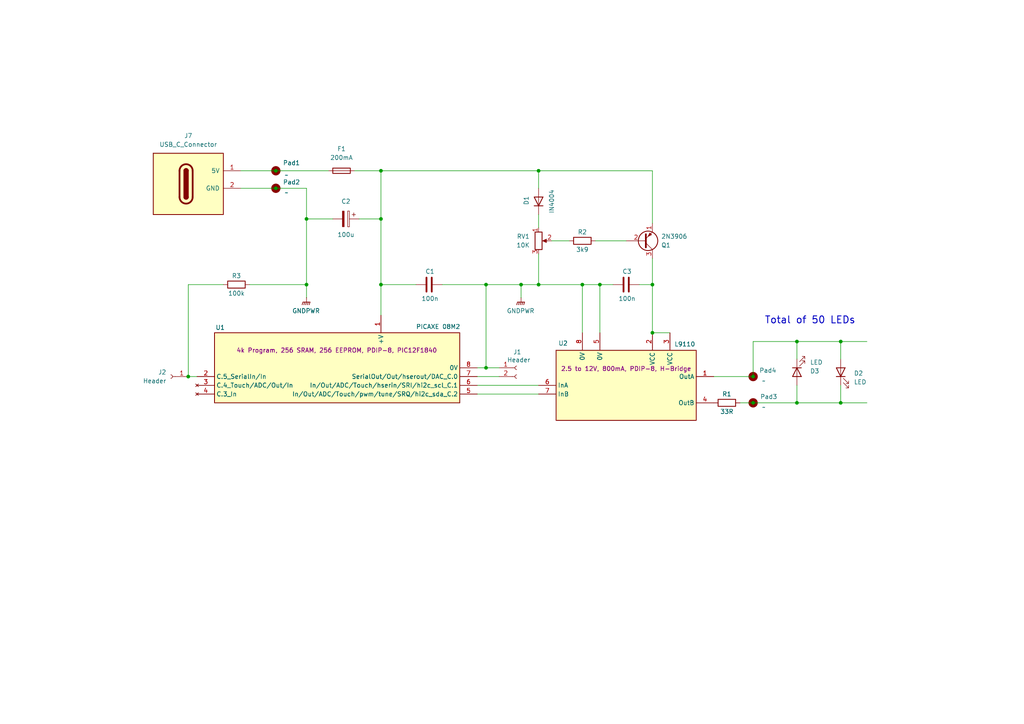
<source format=kicad_sch>
(kicad_sch (version 20231120) (generator "eeschema") (generator_version "8.0")
  (paper "A4")
  (title_block (title "Fairy Lights - Solar to USB Conversion") (comment 1 "J1 and J2 are header sockets for PICAXE Programming and Debugging.") (comment 2 "R1 limits maximum LED current/brightness.  RV1 and Q1 provide current control."))
  (lib_symbols
    (symbol "Connector:Conn_01x01_Socket" (pin_names (offset 1.016) hide)
      (property "Reference" "J" (at 0 2.54 0))
      (property "Value" "Conn_01x01_Socket" (at 0 -2.54 0))
      (symbol "Conn_01x01_Socket_1_1"
        (polyline (pts (xy -1.27 0) (xy -0.508 0)) (stroke (width 0.1524)))
        (arc (start 0 0.508) (mid -0.5058 0) (end 0 -0.508) (stroke (width 0.1524)))
        (pin passive line (at -5.08 0 0) (length 3.81) (name "Pin_1") (number "1"))
      )
    )
    (symbol "Connector:Conn_01x02_Socket" (pin_names (offset 1.016) hide)
      (property "Reference" "J" (at 0 2.54 0))
      (property "Value" "Conn_01x02_Socket" (at 0 -5.08 0))
      (symbol "Conn_01x02_Socket_1_1"
        (arc (start 0 -2.032) (mid -0.5058 -2.54) (end 0 -3.048) (stroke (width 0.1524)))
        (polyline (pts (xy -1.27 -2.54) (xy -0.508 -2.54)) (stroke (width 0.1524)))
        (polyline (pts (xy -1.27 0) (xy -0.508 0)) (stroke (width 0.1524)))
        (arc (start 0 0.508) (mid -0.5058 0) (end 0 -0.508) (stroke (width 0.1524)))
        (pin passive line (at -5.08 0 0) (length 3.81) (name "Pin_1") (number "1"))
        (pin passive line (at -5.08 -2.54 0) (length 3.81) (name "Pin_2") (number "2"))
      )
    )
    (symbol "Device:C" (pin_numbers hide) (pin_names (offset 0.254))
      (property "Reference" "C" (at 0.635 2.54 0))
      (property "Value" "C" (at 0.635 -2.54 0))
      (symbol "C_0_1"
        (polyline (pts (xy -2.032 -0.762) (xy 2.032 -0.762)) (stroke (width 0.508)))
        (polyline (pts (xy -2.032 0.762) (xy 2.032 0.762)) (stroke (width 0.508)))
      )
      (symbol "C_1_1"
        (pin passive line (at 0 3.81 270) (length 2.794) (name "~") (number "1"))
        (pin passive line (at 0 -3.81 90) (length 2.794) (name "~") (number "2"))
      )
    )
    (symbol "Device:C_Polarized" (pin_numbers hide) (pin_names (offset 0.254))
      (property "Reference" "C" (at 0.635 2.54 0))
      (property "Value" "C_Polarized" (at 0.635 -2.54 0))
      (symbol "C_Polarized_0_1"
        (rectangle (start -2.286 0.508) (end 2.286 1.016))
        (polyline (pts (xy -1.778 2.286) (xy -0.762 2.286)))
        (polyline (pts (xy -1.27 2.794) (xy -1.27 1.778)))
        (rectangle (start 2.286 -0.508) (end -2.286 -1.016) (fill (type outline)))
      )
      (symbol "C_Polarized_1_1"
        (pin passive line (at 0 3.81 270) (length 2.794) (name "~") (number "1"))
        (pin passive line (at 0 -3.81 90) (length 2.794) (name "~") (number "2"))
      )
    )
    (symbol "Device:D" (pin_numbers hide) (pin_names (offset 1.016) hide)
      (property "Reference" "D" (at 0 2.54 0))
      (property "Value" "D" (at 0 -2.54 0))
      (symbol "D_0_1"
        (polyline (pts (xy -1.27 1.27) (xy -1.27 -1.27)) (stroke (width 0.254)))
        (polyline (pts (xy 1.27 0) (xy -1.27 0)))
        (polyline (pts (xy 1.27 1.27) (xy 1.27 -1.27) (xy -1.27 0) (xy 1.27 1.27)) (stroke (width 0.254)))
      )
      (symbol "D_1_1"
        (pin passive line (at -3.81 0 0) (length 2.54) (name "K") (number "1"))
        (pin passive line (at 3.81 0 180) (length 2.54) (name "A") (number "2"))
      )
    )
    (symbol "Device:Fuse" (pin_numbers hide) (pin_names (offset 0))
      (property "Reference" "F" (at 2.032 0 90))
      (property "Value" "Fuse" (at -1.905 0 90))
      (symbol "Fuse_0_1"
        (rectangle (start -0.762 -2.54) (end 0.762 2.54) (stroke (width 0.254)))
        (polyline (pts (xy 0 2.54) (xy 0 -2.54)))
      )
      (symbol "Fuse_1_1"
        (pin passive line (at 0 3.81 270) (length 1.27) (name "~") (number "1"))
        (pin passive line (at 0 -3.81 90) (length 1.27) (name "~") (number "2"))
      )
    )
    (symbol "Device:LED" (pin_numbers hide) (pin_names (offset 1.016) hide)
      (property "Reference" "D" (at 0 2.54 0))
      (property "Value" "LED" (at 0 -2.54 0))
      (symbol "LED_0_1"
        (polyline (pts (xy -1.27 -1.27) (xy -1.27 1.27)) (stroke (width 0.254)))
        (polyline (pts (xy -1.27 0) (xy 1.27 0)))
        (polyline (pts (xy 1.27 -1.27) (xy 1.27 1.27) (xy -1.27 0) (xy 1.27 -1.27)) (stroke (width 0.254)))
        (polyline (pts (xy -3.048 -0.762) (xy -4.572 -2.286) (xy -3.81 -2.286) (xy -4.572 -2.286) (xy -4.572 -1.524)))
        (polyline (pts (xy -1.778 -0.762) (xy -3.302 -2.286) (xy -2.54 -2.286) (xy -3.302 -2.286) (xy -3.302 -1.524)))
      )
      (symbol "LED_1_1"
        (pin passive line (at -3.81 0 0) (length 2.54) (name "K") (number "1"))
        (pin passive line (at 3.81 0 180) (length 2.54) (name "A") (number "2"))
      )
    )
    (symbol "Device:R" (pin_numbers hide) (pin_names (offset 0))
      (property "Reference" "R" (at 2.032 0 90))
      (property "Value" "R" (at 0 0 90))
      (symbol "R_0_1"
        (rectangle (start -1.016 -2.54) (end 1.016 2.54) (stroke (width 0.254)))
      )
      (symbol "R_1_1"
        (pin passive line (at 0 3.81 270) (length 1.27) (name "~") (number "1"))
        (pin passive line (at 0 -3.81 90) (length 1.27) (name "~") (number "2"))
      )
    )
    (symbol "Device:R_Potentiometer" (pin_names (offset 1.016) hide)
      (property "Reference" "RV" (at -4.445 0 90))
      (property "Value" "R_Potentiometer" (at -2.54 0 90))
      (symbol "R_Potentiometer_0_1"
        (polyline (pts (xy 2.54 0) (xy 1.524 0)))
        (polyline (pts (xy 1.143 0) (xy 2.286 0.508) (xy 2.286 -0.508) (xy 1.143 0)) (fill (type outline)))
        (rectangle (start 1.016 2.54) (end -1.016 -2.54) (stroke (width 0.254)))
      )
      (symbol "R_Potentiometer_1_1"
        (pin passive line (at 0 3.81 270) (length 1.27) (name "1") (number "1"))
        (pin passive line (at 3.81 0 180) (length 1.27) (name "2") (number "2"))
        (pin passive line (at 0 -3.81 90) (length 1.27) (name "3") (number "3"))
      )
    )
    (symbol "Solar_to_USB:L9110"
      (property "Reference" "U3" (at -19.05 11.43 0))
      (property "Value" "L9110" (at 17.78 11.43 0))
      (symbol "L9110_0_1"
        (rectangle (start -20.32 10.16) (end 20.32 -10.16) (stroke (width 0.254)) (fill (type background)))
      )
      (symbol "L9110_1_1"
        (pin power_out line (at 25.4 2.54 180) (length 5.08) (name "OutA") (number "1"))
        (pin power_in line (at 7.62 15.24 270) (length 5.08) (name "VCC") (number "2"))
        (pin power_in line (at 12.7 15.24 270) (length 5.08) (name "VCC") (number "3"))
        (pin power_out line (at 25.4 -5.08 180) (length 5.08) (name "OutB") (number "4"))
        (pin power_in line (at -7.62 15.24 270) (length 5.08) (name "0V") (number "5"))
        (pin input line (at -25.4 0 0) (length 5.08) (name "InA") (number "6"))
        (pin input line (at -25.4 -2.54 0) (length 5.08) (name "InB") (number "7"))
        (pin power_in line (at -12.7 15.24 270) (length 5.08) (name "0V") (number "8"))
      )
    )
    (symbol "Solar_to_USB:PICAXE_08M2"
      (property "Reference" "U2" (at -35.306 11.684 0))
      (property "Value" "PICAXE 08M2" (at 22.86 11.938 0))
      (property "Description" "4k Program, 256 SRAM, 256 EEPROM, PDIP-8, PIC12F1840" (at -29.21 5.08 0))
      (symbol "PICAXE_08M2_0_1"
        (rectangle (start -35.56 10.16) (end 35.56 -10.16) (stroke (width 0.254)) (fill (type background)))
      )
      (symbol "PICAXE_08M2_1_1"
        (pin power_in line (at 12.7 15.24 270) (length 5.08) (name "+V") (number "1"))
        (pin bidirectional line (at -40.64 -2.54 0) (length 5.08) (name "C.5_SerialIn/In") (number "2"))
        (pin no_connect line (at -40.64 -5.08 0) (length 5.08) (name "C.4_Touch/ADC/Out/In") (number "3"))
        (pin no_connect line (at -40.64 -7.62 0) (length 5.08) (name "C.3_In") (number "4"))
        (pin bidirectional line (at 40.64 -7.62 180) (length 5.08) (name "In/Out/ADC/Touch/pwm/tune/SRQ/hi2c_sda_C.2") (number "5"))
        (pin bidirectional line (at 40.64 -5.08 180) (length 5.08) (name "In/Out/ADC/Touch/hserin/SRI/hi2c_scl_C.1") (number "6"))
        (pin bidirectional line (at 40.64 -2.54 180) (length 5.08) (name "SerialOut/Out/hserout/DAC_C.0") (number "7"))
        (pin power_in line (at 40.64 0 180) (length 5.08) (name "0V") (number "8"))
      )
    )
    (symbol "Solar_to_USB:USB_C_PowerOnly" (pin_names (offset 1.016))
      (property "Reference" "J7" (at 0 17.78 0))
      (property "Value" "USB_C_Connector" (at 0 15.24 0))
      (symbol "USB_C_PowerOnly_0_1"
        (rectangle (start -10.16 12.7) (end 10.16 -5.08) (stroke (width 0.254)) (fill (type background)))
        (arc (start -2.54 0) (mid -0.635 -1.8967) (end 1.27 0) (stroke (width 0.508)))
        (arc (start -1.27 0) (mid -0.635 -0.6323) (end 0 0) (stroke (width 0.254)))
        (arc (start -1.27 0) (mid -0.635 -0.6323) (end 0 0) (stroke (width 0.254)) (fill (type outline)))
        (rectangle (start -1.27 7.62) (end 0 0) (stroke (width 0.254)) (fill (type outline)))
        (polyline (pts (xy -2.54 0) (xy -2.54 7.62)) (stroke (width 0.508)))
        (polyline (pts (xy 1.27 7.62) (xy 1.27 0)) (stroke (width 0.508)))
        (arc (start 0 7.62) (mid -0.635 8.2523) (end -1.27 7.62) (stroke (width 0.254)))
        (arc (start 0 7.62) (mid -0.635 8.2523) (end -1.27 7.62) (stroke (width 0.254)) (fill (type outline)))
        (arc (start 1.27 7.62) (mid -0.635 9.5167) (end -2.54 7.62) (stroke (width 0.508)))
      )
      (symbol "USB_C_PowerOnly_1_1"
        (pin passive line (at 15.24 7.62 180) (length 5.08) (name "5V") (number "1"))
        (pin passive line (at 15.24 2.54 180) (length 5.08) (name "GND") (number "2"))
      )
    )
    (symbol "Solder_Connection_1" (pin_numbers hide) (pin_names (offset 0) hide)
      (property "Reference" "Pad" (at 0 2.54 0))
      (symbol "Solder_Connection_1_0_1"
        (circle (center 0 0) (radius 1.27) (fill (type outline)))
      )
      (symbol "Solder_Connection_1_1_1"
        (pin passive line (at 0 0 0) (length 0) (name "1") (number "1"))
      )
    )
    (symbol "Transistor_BJT:2N3906" (pin_names (offset 0) hide)
      (property "Reference" "Q" (at 5.08 1.905 0))
      (property "Value" "2N3906" (at 5.08 0 0))
      (symbol "2N3906_0_1"
        (polyline (pts (xy 0.635 0.635) (xy 2.54 2.54)))
        (polyline (pts (xy 0.635 -0.635) (xy 2.54 -2.54) (xy 2.54 -2.54)))
        (polyline (pts (xy 0.635 1.905) (xy 0.635 -1.905) (xy 0.635 -1.905)) (stroke (width 0.508)))
        (polyline (pts (xy 2.286 -1.778) (xy 1.778 -2.286) (xy 1.27 -1.27) (xy 2.286 -1.778) (xy 2.286 -1.778)) (fill (type outline)))
        (circle (center 1.27 0) (radius 2.8194) (stroke (width 0.254)))
      )
      (symbol "2N3906_1_1"
        (pin passive line (at 2.54 -5.08 90) (length 2.54) (name "E") (number "1"))
        (pin input line (at -5.08 0 0) (length 5.715) (name "B") (number "2"))
        (pin passive line (at 2.54 5.08 270) (length 2.54) (name "C") (number "3"))
      )
    )
    (symbol "power:GNDPWR" (power) (pin_numbers hide) (pin_names (offset 0) hide)
      (property "Value" "GNDPWR" (at 0 -3.302 0))
      (symbol "GNDPWR_0_1"
        (polyline (pts (xy 0 -1.27) (xy 0 0)))
        (polyline (pts (xy -1.016 -1.27) (xy -1.27 -2.032) (xy -1.27 -2.032)) (stroke (width 0.2032)))
        (polyline (pts (xy -0.508 -1.27) (xy -0.762 -2.032) (xy -0.762 -2.032)) (stroke (width 0.2032)))
        (polyline (pts (xy 0 -1.27) (xy -0.254 -2.032) (xy -0.254 -2.032)) (stroke (width 0.2032)))
        (polyline (pts (xy 0.508 -1.27) (xy 0.254 -2.032) (xy 0.254 -2.032)) (stroke (width 0.2032)))
        (polyline (pts (xy 1.016 -1.27) (xy -1.016 -1.27) (xy -1.016 -1.27)) (stroke (width 0.2032)))
        (polyline (pts (xy 1.016 -1.27) (xy 0.762 -2.032) (xy 0.762 -2.032) (xy 0.762 -2.032)) (stroke (width 0.2032)))
      )
      (symbol "GNDPWR_1_1"
        (pin power_in line (at 0 0 270) (length 0) (name "~") (number "1"))
      )
    )
  )
  (junction (at 168.91 82.55))
  (junction (at 110.49 49.53))
  (junction (at 54.61 109.22))
  (junction (at 231.14 116.84))
  (junction (at 110.49 82.55))
  (junction (at 189.23 96.52))
  (junction (at 218.44 109.22))
  (junction (at 218.44 116.84))
  (junction (at 173.99 82.55))
  (junction (at 243.84 99.06))
  (junction (at 88.9 63.5))
  (junction (at 110.49 63.5))
  (junction (at 189.23 82.55))
  (junction (at 80.01 54.61))
  (junction (at 156.21 82.55))
  (junction (at 140.97 82.55))
  (junction (at 151.13 82.55))
  (junction (at 80.01 49.53))
  (junction (at 88.9 82.55))
  (junction (at 156.21 49.53))
  (junction (at 243.84 116.84))
  (junction (at 140.97 106.68))
  (junction (at 231.14 99.06))
  (wire (pts (xy 243.84 116.84) (xy 251.46 116.84)))
  (wire (pts (xy 54.61 82.55) (xy 64.77 82.55)))
  (wire (pts (xy 243.84 116.84) (xy 243.84 111.76)))
  (wire (pts (xy 88.9 63.5) (xy 96.52 63.5)))
  (wire (pts (xy 138.43 114.3) (xy 156.21 114.3)))
  (wire (pts (xy 173.99 82.55) (xy 177.8 82.55)))
  (wire (pts (xy 231.14 116.84) (xy 231.14 111.76)))
  (wire (pts (xy 151.13 82.55) (xy 140.97 82.55)))
  (wire (pts (xy 110.49 49.53) (xy 110.49 63.5)))
  (wire (pts (xy 151.13 82.55) (xy 151.13 86.36)))
  (wire (pts (xy 160.02 69.85) (xy 165.1 69.85)))
  (wire (pts (xy 156.21 73.66) (xy 156.21 82.55)))
  (wire (pts (xy 156.21 49.53) (xy 189.23 49.53)))
  (wire (pts (xy 172.72 69.85) (xy 181.61 69.85)))
  (wire (pts (xy 156.21 54.61) (xy 156.21 49.53)))
  (wire (pts (xy 88.9 63.5) (xy 88.9 82.55)))
  (wire (pts (xy 54.61 109.22) (xy 54.61 82.55)))
  (wire (pts (xy 218.44 116.84) (xy 231.14 116.84)))
  (wire (pts (xy 185.42 82.55) (xy 189.23 82.55)))
  (wire (pts (xy 173.99 82.55) (xy 168.91 82.55)))
  (wire (pts (xy 88.9 54.61) (xy 88.9 63.5)))
  (wire (pts (xy 168.91 82.55) (xy 156.21 82.55)))
  (wire (pts (xy 120.65 82.55) (xy 110.49 82.55)))
  (wire (pts (xy 189.23 74.93) (xy 189.23 82.55)))
  (wire (pts (xy 128.27 82.55) (xy 140.97 82.55)))
  (wire (pts (xy 189.23 82.55) (xy 189.23 96.52)))
  (wire (pts (xy 110.49 82.55) (xy 110.49 91.44)))
  (wire (pts (xy 243.84 99.06) (xy 251.46 99.06)))
  (wire (pts (xy 156.21 82.55) (xy 151.13 82.55)))
  (wire (pts (xy 138.43 111.76) (xy 156.21 111.76)))
  (wire (pts (xy 144.78 109.22) (xy 138.43 109.22)))
  (wire (pts (xy 140.97 106.68) (xy 138.43 106.68)))
  (wire (pts (xy 231.14 116.84) (xy 243.84 116.84)))
  (wire (pts (xy 102.87 49.53) (xy 110.49 49.53)))
  (wire (pts (xy 168.91 82.55) (xy 168.91 96.52)))
  (wire (pts (xy 72.39 82.55) (xy 88.9 82.55)))
  (wire (pts (xy 140.97 82.55) (xy 140.97 106.68)))
  (wire (pts (xy 189.23 64.77) (xy 189.23 49.53)))
  (wire (pts (xy 243.84 99.06) (xy 243.84 104.14)))
  (wire (pts (xy 218.44 99.06) (xy 231.14 99.06)))
  (wire (pts (xy 69.85 54.61) (xy 80.01 54.61)))
  (wire (pts (xy 88.9 82.55) (xy 88.9 86.36)))
  (wire (pts (xy 144.78 106.68) (xy 140.97 106.68)))
  (wire (pts (xy 231.14 99.06) (xy 243.84 99.06)))
  (wire (pts (xy 156.21 62.23) (xy 156.21 66.04)))
  (wire (pts (xy 189.23 96.52) (xy 194.31 96.52)))
  (wire (pts (xy 218.44 109.22) (xy 207.01 109.22)))
  (wire (pts (xy 214.63 116.84) (xy 218.44 116.84)))
  (wire (pts (xy 80.01 54.61) (xy 88.9 54.61)))
  (wire (pts (xy 69.85 49.53) (xy 80.01 49.53)))
  (wire (pts (xy 218.44 109.22) (xy 218.44 99.06)))
  (wire (pts (xy 80.01 49.53) (xy 95.25 49.53)))
  (wire (pts (xy 104.14 63.5) (xy 110.49 63.5)))
  (wire (pts (xy 231.14 104.14) (xy 231.14 99.06)))
  (wire (pts (xy 110.49 49.53) (xy 156.21 49.53)))
  (wire (pts (xy 110.49 63.5) (xy 110.49 82.55)))
  (wire (pts (xy 54.61 109.22) (xy 57.15 109.22)))
  (wire (pts (xy 173.99 82.55) (xy 173.99 96.52)))
  (text "Total of 50 LEDs" (at 234.95 92.964 0) (effects (font (size 2.032 2.032) (thickness 0.254) (bold yes))))
  (symbol (lib_id "Device:R") (at 68.58 82.55 270) (unit 1)
    (property "Reference" "R3" (at 68.58 80.01 90))
    (property "Value" "100k" (at 68.58 85.09 90))
    (property "Footprint" "Resistor_THT:R_Axial_DIN0207_L6.3mm_D2.5mm_P7.62mm_Horizontal" (effects (hide yes)))
    (property "Description" "Resistor" (effects (hide yes)))
  )
  (symbol (lib_id "Device:LED") (at 243.84 107.95 90) (unit 1) (in_bom no) (on_board no)
    (property "Reference" "D2" (at 247.65 108.2674 90) (effects (justify right)))
    (property "Value" "LED" (at 247.65 110.8074 90) (effects (justify right)))
    (property "Description" "Light emitting diode" (effects (hide yes)))
  )
  (symbol (lib_id "power:GNDPWR") (at 151.13 86.36 0) (unit 1)
    (property "Reference" "#PWR02" (effects (hide yes)))
    (property "Value" "GNDPWR" (at 151.003 90.17 0))
    (property "Description" "Power symbol creates a global label with name \"GNDPWR\" , global ground" (effects (hide yes)))
  )
  (symbol (lib_name "Solder_Connection_1") (lib_id "Solar_to_USB:Solder_Connection") (at 80.01 49.53 0) (unit 1)
    (property "Reference" "Pad1" (at 82.042 47.244 0) (effects (justify left)))
    (property "Value" "~" (at 82.55 50.8 0) (effects (justify left)))
    (property "Footprint" "Connector_PinSocket_2.54mm:PinSocket_1x01_P2.54mm_Vertical" (effects (hide yes)))
    (property "Description" "Solder Connection" (effects (hide yes)))
  )
  (symbol (lib_id "Device:R") (at 210.82 116.84 270) (unit 1)
    (property "Reference" "R1" (at 210.82 114.3 90))
    (property "Value" "33R" (at 210.82 119.38 90))
    (property "Footprint" "Resistor_THT:R_Axial_DIN0207_L6.3mm_D2.5mm_P7.62mm_Horizontal" (effects (hide yes)))
    (property "Description" "Resistor" (effects (hide yes)))
  )
  (symbol (lib_name "Solder_Connection_1") (lib_id "Solar_to_USB:Solder_Connection") (at 218.44 109.22 0) (unit 1)
    (property "Reference" "Pad4" (at 220.218 107.442 0) (effects (justify left)))
    (property "Value" "~" (at 220.98 110.49 0) (effects (justify left)))
    (property "Footprint" "Connector_PinSocket_2.54mm:PinSocket_1x01_P2.54mm_Vertical" (effects (hide yes)))
    (property "Description" "Solder Connection" (effects (hide yes)))
  )
  (symbol (lib_id "Device:C_Polarized") (at 100.33 63.5 270) (unit 1)
    (property "Reference" "C2" (at 100.33 58.42 90))
    (property "Value" "100u" (at 100.33 68.072 90))
    (property "Footprint" "Capacitor_THT:C_Radial_D10.0mm_H16.0mm_P5.00mm" (effects (hide yes)))
    (property "Description" "Polarized capacitor" (effects (hide yes)))
  )
  (symbol (lib_id "Solar_to_USB:PICAXE_08M2") (at 97.79 106.68 0) (unit 1)
    (property "Reference" "U1" (at 62.484 94.996 0) (effects (justify left)))
    (property "Value" "PICAXE 08M2" (at 120.65 94.742 0) (effects (justify left)))
    (property "Footprint" "Package_DIP:DIP-8_W7.62mm" (effects (hide yes)))
    (property "Datasheet" "https://ww1.microchip.com/downloads/en/DeviceDoc/41441B.pdf" (effects (hide yes)))
    (property "Description" "4k Program, 256 SRAM, 256 EEPROM, PDIP-8, PIC12F1840" (at 68.58 101.6 0) (effects (justify left)))
  )
  (symbol (lib_id "Device:R_Potentiometer") (at 156.21 69.85 0) (unit 1)
    (property "Reference" "RV1" (at 153.67 68.5799 0) (effects (justify right)))
    (property "Value" "10K" (at 153.67 71.1199 0) (effects (justify right)))
    (property "Footprint" "Potentiometer_THT:Potentiometer_Alpha_RD901F-40-00D_Single_Vertical" (effects (hide yes)))
    (property "Description" "Potentiometer" (effects (hide yes)))
  )
  (symbol (lib_id "Device:Fuse") (at 99.06 49.53 270) (unit 1)
    (property "Reference" "F1" (at 99.06 43.18 90))
    (property "Value" "200mA" (at 99.06 45.72 90))
    (property "Footprint" "Fuse:Fuseholder_Cylinder-5x20mm_Schurter_0031_8201_Horizontal_Open" (effects (hide yes)))
    (property "Description" "Fuse" (effects (hide yes)))
  )
  (symbol (lib_name "Solder_Connection_1") (lib_id "Solar_to_USB:Solder_Connection") (at 218.44 116.84 0) (unit 1)
    (property "Reference" "Pad3" (at 220.472 115.062 0) (effects (justify left)))
    (property "Value" "~" (at 220.98 118.11 0) (effects (justify left)))
    (property "Footprint" "Connector_PinSocket_2.54mm:PinSocket_1x01_P2.54mm_Vertical" (effects (hide yes)))
    (property "Description" "Solder Connection" (effects (hide yes)))
  )
  (symbol (lib_id "Device:R") (at 168.91 69.85 270) (unit 1)
    (property "Reference" "R2" (at 168.91 67.31 90))
    (property "Value" "3k9" (at 168.91 72.39 90))
    (property "Footprint" "Resistor_THT:R_Axial_DIN0207_L6.3mm_D2.5mm_P7.62mm_Horizontal" (effects (hide yes)))
    (property "Description" "Resistor" (effects (hide yes)))
  )
  (symbol (lib_id "Transistor_BJT:2N3906") (at 186.69 69.85 0) (mirror x) (unit 1)
    (property "Reference" "Q1" (at 191.77 71.1201 0) (effects (justify left)))
    (property "Value" "2N3906" (at 191.77 68.5801 0) (effects (justify left)))
    (property "Footprint" "Package_TO_SOT_THT:TO-92_Inline" (effects (hide yes)))
    (property "Datasheet" "https://www.onsemi.com/pub/Collateral/2N3906-D.PDF" (effects (hide yes)))
    (property "Description" "-0.2A Ic, -40V Vce, Small Signal PNP Transistor, TO-92" (effects (hide yes)))
  )
  (symbol (lib_id "Device:C") (at 124.46 82.55 90) (unit 1)
    (property "Reference" "C1" (at 124.714 78.74 90))
    (property "Value" "100n" (at 124.714 86.614 90))
    (property "Footprint" "Capacitor_THT:C_Rect_L9.0mm_W2.5mm_P7.50mm_MKT" (effects (hide yes)))
    (property "Description" "Unpolarized capacitor" (effects (hide yes)))
  )
  (symbol (lib_id "Device:D") (at 156.21 58.42 270) (mirror x) (unit 1)
    (property "Reference" "D1" (at 152.654 58.166 0))
    (property "Value" "IN4004" (at 160.02 58.42 0))
    (property "Footprint" "Diode_THT:D_T-1_P10.16mm_Horizontal" (effects (hide yes)))
    (property "Description" "Diode" (effects (hide yes)))
    (property "Sim.Device" "D" (effects (hide yes)))
    (property "Sim.Pins" "1=K 2=A" (effects (hide yes)))
  )
  (symbol (lib_id "power:GNDPWR") (at 88.9 86.36 0) (unit 1)
    (property "Reference" "#PWR03" (effects (hide yes)))
    (property "Value" "GNDPWR" (at 88.773 90.17 0))
    (property "Description" "Power symbol creates a global label with name \"GNDPWR\" , global ground" (effects (hide yes)))
  )
  (symbol (lib_id "Device:LED") (at 231.14 107.95 90) (mirror x) (unit 1) (in_bom no) (on_board no)
    (property "Reference" "D3" (at 234.95 107.6326 90) (effects (justify right)))
    (property "Value" "LED" (at 234.95 105.0926 90) (effects (justify right)))
    (property "Description" "Light emitting diode" (effects (hide yes)))
  )
  (symbol (lib_id "Solar_to_USB:L9110") (at 181.61 111.76 0) (unit 1)
    (property "Reference" "U2" (at 163.322 99.568 0))
    (property "Value" "L9110" (at 198.628 99.822 0))
    (property "Footprint" "Package_DIP:DIP-8_W7.62mm" (effects (hide yes)))
    (property "Datasheet" "https://www.elecrow.com/download/datasheet-l9110.pdf" (effects (hide yes)))
    (property "Description" "2.5 to 12V, 800mA, PDIP-8, H-Bridge" (at 181.61 106.934 0))
  )
  (symbol (lib_id "Connector:Conn_01x02_Socket") (at 149.86 106.68 0) (unit 1)
    (property "Reference" "J1" (at 148.844 102.108 0) (effects (justify left)))
    (property "Value" "Header" (at 147.066 104.394 0) (effects (justify left)))
    (property "Footprint" "Connector_PinSocket_2.54mm:PinSocket_1x02_P2.54mm_Vertical" (effects (hide yes)))
    (property "Description" "Generic connector, single row, 01x02, script generated" (effects (hide yes)))
  )
  (symbol (lib_id "Solar_to_USB:USB_C_PowerOnly") (at 54.61 57.15 0) (unit 1) (exclude_from_sim yes) (on_board no)
    (property "Reference" "J7" (at 54.61 39.37 0))
    (property "Value" "USB_C_Connector" (at 54.61 41.91 0))
    (property "Datasheet" "https://www.usb.org/sites/default/files/documents/usb_type-c.zip" (effects (hide yes)))
    (property "Description" "USB Power-Only 6P Type-C Receptacle connector" (effects (hide yes)))
  )
  (symbol (lib_id "Device:C") (at 181.61 82.55 90) (unit 1)
    (property "Reference" "C3" (at 181.864 78.74 90))
    (property "Value" "100n" (at 181.864 86.614 90))
    (property "Footprint" "Capacitor_THT:C_Rect_L9.0mm_W2.5mm_P7.50mm_MKT" (effects (hide yes)))
    (property "Description" "Unpolarized capacitor" (effects (hide yes)))
  )
  (symbol (lib_name "Solder_Connection_1") (lib_id "Solar_to_USB:Solder_Connection") (at 80.01 54.61 0) (unit 1)
    (property "Reference" "Pad2" (at 82.042 52.832 0) (effects (justify left)))
    (property "Value" "~" (at 82.55 55.88 0) (effects (justify left)))
    (property "Footprint" "Connector_PinSocket_2.54mm:PinSocket_1x01_P2.54mm_Vertical" (effects (hide yes)))
    (property "Description" "Solder Connection" (effects (hide yes)))
  )
  (symbol (lib_id "Connector:Conn_01x01_Socket") (at 49.53 109.22 0) (mirror y) (unit 1)
    (property "Reference" "J2" (at 48.26 107.9499 0) (effects (justify left)))
    (property "Value" "Header" (at 48.26 110.4899 0) (effects (justify left)))
    (property "Footprint" "Connector_PinHeader_2.54mm:PinHeader_1x01_P2.54mm_Vertical" (effects (hide yes)))
    (property "Description" "Generic connector, single row, 01x01, script generated" (effects (hide yes)))
  )
)
</source>
